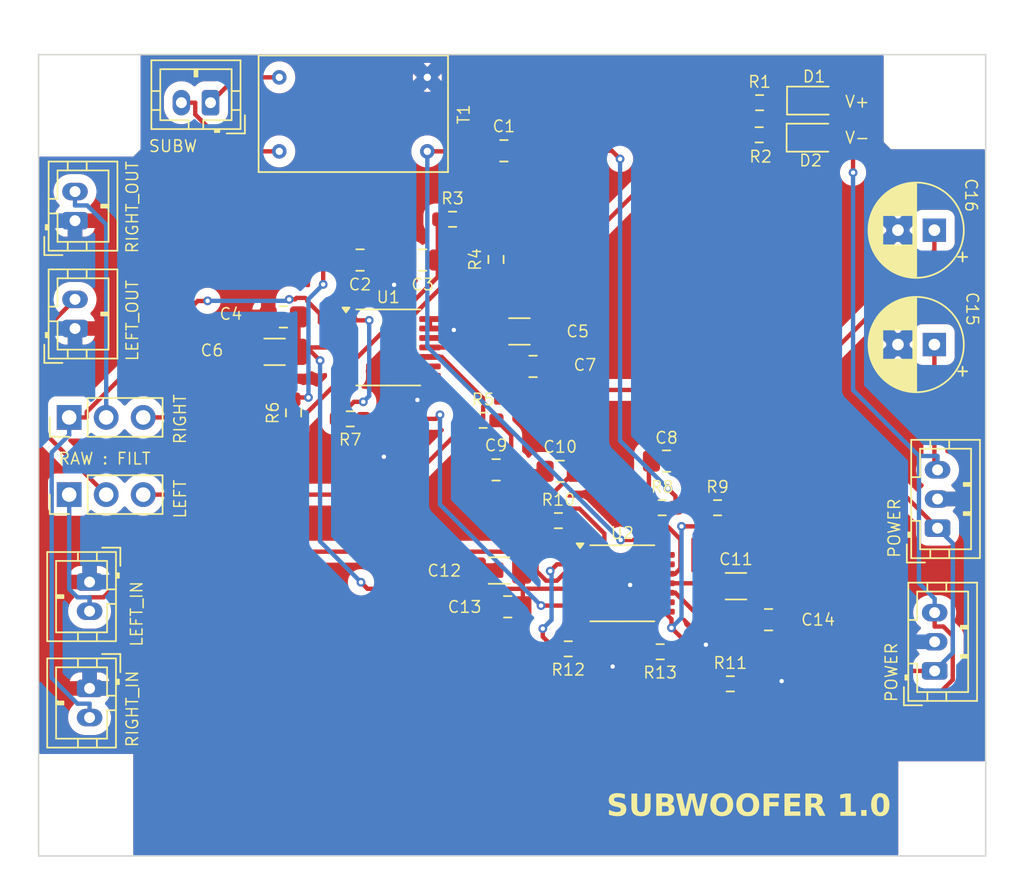
<source format=kicad_pcb>
(kicad_pcb (version 20240108) (generator "pcbnew") (generator_version "8.0")
  (layers (0 "F.Cu" signal) (31 "B.Cu" signal) (34 "B.Paste" user) (35 "F.Paste" user) (36 "B.SilkS" user "B.Silkscreen") (37 "F.SilkS" user "F.Silkscreen") (38 "B.Mask" user) (39 "F.Mask" user) (44 "Edge.Cuts" user))
  (net 0 "")
  (net 1 "LEFT_IN")
  (net 2 "AGND")
  (net 3 "RIGHT_IN")
  (net 4 "V-")
  (net 5 "V+")
  (net 6 "SUBW")
  (net 7 "SUBWN")
  (net 8 "SUBWP")
  (net 9 "Net-(D1-K)")
  (net 10 "Net-(D2-K)")
  (net 11 "LEFT_FILT")
  (net 12 "RIGHT_FILT")
  (net 13 "LEFT_OUT")
  (net 14 "RIGHT_OUT")
  (net 15 "Net-(C1-Pad2)")
  (net 16 "Net-(U1A--)")
  (net 17 "Net-(C2-Pad1)")
  (net 18 "Net-(U1B-+)")
  (net 19 "Net-(U2D-+)")
  (net 20 "Net-(C10-Pad1)")
  (net 21 "Net-(U1C-+)")
  (net 22 "Net-(U2A--)")
  (net 23 "Net-(U2B--)")
  (net 24 "Net-(R11-Pad1)")
  (net 25 "Net-(R10-Pad1)")
  (net 26 "Net-(U2B-+)")
  (net 27 "Net-(U2C-+)")
  (net 28 "Net-(U2C--)")
  (net 29 "Net-(U1D--)")
  (footprint "Resistor_SMD:R_0603_1608Metric_Pad0.98x0.95mm_HandSolder" (layer "F.Cu") (at 123.9364 85.7525 90)
    (property "Reference" "R6" (at 0 -1.43 90) (layer "F.SilkS") (effects (font (size 0.8 0.8) (thickness 0.1))))
    (property "Value" "6.8K")
    (pad "1" smd roundrect (at -0.9125 0 90) (size 0.975 0.95) (layers "F.Cu" "F.Paste" "F.Mask") (net 12 "RIGHT_FILT"))
    (pad "2" smd roundrect (at 0.9125 0 90) (size 0.975 0.95) (layers "F.Cu" "F.Paste" "F.Mask") (net 17 "Net-(C2-Pad1)"))
  )
  (footprint "Package_SO:TSSOP-14_4.4x5mm_P0.65mm" (layer "F.Cu") (at 146.5007 97.451)
    (property "Reference" "U2" (at 0 -3.45 0) (layer "F.SilkS") (effects (font (size 0.8 0.8) (thickness 0.1))))
    (property "Value" "Opamp_Quad")
    (pad "1" smd roundrect (at -2.8625 -1.95) (size 1.475 0.4) (layers "F.Cu" "F.Paste" "F.Mask") (net 22 "Net-(U2A--)"))
    (pad "2" smd roundrect (at -2.8625 -1.3) (size 1.475 0.4) (layers "F.Cu" "F.Paste" "F.Mask") (net 22 "Net-(U2A--)"))
    (pad "3" smd roundrect (at -2.8625 -0.65) (size 1.475 0.4) (layers "F.Cu" "F.Paste" "F.Mask") (net 1 "LEFT_IN"))
    (pad "4" smd roundrect (at -2.8625 0) (size 1.475 0.4) (layers "F.Cu" "F.Paste" "F.Mask") (net 5 "V+"))
    (pad "5" smd roundrect (at -2.8625 0.65) (size 1.475 0.4) (layers "F.Cu" "F.Paste" "F.Mask") (net 26 "Net-(U2B-+)"))
    (pad "6" smd roundrect (at -2.8625 1.3) (size 1.475 0.4) (layers "F.Cu" "F.Paste" "F.Mask") (net 23 "Net-(U2B--)"))
    (pad "7" smd roundrect (at -2.8625 1.95) (size 1.475 0.4) (layers "F.Cu" "F.Paste" "F.Mask") (net 25 "Net-(R10-Pad1)"))
    (pad "8" smd roundrect (at 2.8625 1.95) (size 1.475 0.4) (layers "F.Cu" "F.Paste" "F.Mask") (net 24 "Net-(R11-Pad1)"))
    (pad "9" smd roundrect (at 2.8625 1.3) (size 1.475 0.4) (layers "F.Cu" "F.Paste" "F.Mask") (net 28 "Net-(U2C--)"))
    (pad "10" smd roundrect (at 2.8625 0.65) (size 1.475 0.4) (layers "F.Cu" "F.Paste" "F.Mask") (net 27 "Net-(U2C-+)"))
    (pad "11" smd roundrect (at 2.8625 0) (size 1.475 0.4) (layers "F.Cu" "F.Paste" "F.Mask") (net 4 "V-"))
    (pad "12" smd roundrect (at 2.8625 -0.65) (size 1.475 0.4) (layers "F.Cu" "F.Paste" "F.Mask") (net 19 "Net-(U2D-+)"))
    (pad "13" smd roundrect (at 2.8625 -1.3) (size 1.475 0.4) (layers "F.Cu" "F.Paste" "F.Mask") (net 6 "SUBW"))
    (pad "14" smd roundrect (at 2.8625 -1.95) (size 1.475 0.4) (layers "F.Cu" "F.Paste" "F.Mask") (net 6 "SUBW"))
  )
  (footprint "MountingHole:MountingHole_3.2mm_M3" (layer "F.Cu") (at 168.9364 113.665)
    (property "Reference" "H4" (hide yes))
    (property "Value" "MountingHole")
    (pad "" np_thru_hole circle (at 0 0) (size 3.2 3.2) (drill 3.2) (layers "*.Cu" "*.Mask"))
  )
  (footprint "Resistor_SMD:R_0603_1608Metric_Pad0.98x0.95mm_HandSolder" (layer "F.Cu") (at 153.9132 104.351)
    (property "Reference" "R11" (at 0 -1.43 0) (layer "F.SilkS") (effects (font (size 0.8 0.8) (thickness 0.1))))
    (property "Value" "25K")
    (pad "1" smd roundrect (at -0.9125 0) (size 0.975 0.95) (layers "F.Cu" "F.Paste" "F.Mask") (net 24 "Net-(R11-Pad1)"))
    (pad "2" smd roundrect (at 0.9125 0) (size 0.975 0.95) (layers "F.Cu" "F.Paste" "F.Mask") (net 27 "Net-(U2C-+)"))
  )
  (footprint "Capacitor_SMD:C_0805_2012Metric_Pad1.18x1.45mm_HandSolder" (layer "F.Cu") (at 142.2364 89.765)
    (property "Reference" "C10" (at 0 -1.68 0) (layer "F.SilkS") (effects (font (size 0.8 0.8) (thickness 0.1))))
    (property "Value" "200N C0G")
    (pad "1" smd roundrect (at -1.0375 0) (size 1.175 1.45) (layers "F.Cu" "F.Paste" "F.Mask") (roundrect_rratio 0.212766) (net 20 "Net-(C10-Pad1)"))
    (pad "2" smd roundrect (at 1.0375 0) (size 1.175 1.45) (layers "F.Cu" "F.Paste" "F.Mask") (roundrect_rratio 0.212766) (net 22 "Net-(U2A--)"))
  )
  (footprint "Resistor_SMD:R_0603_1608Metric_Pad0.98x0.95mm_HandSolder" (layer "F.Cu") (at 137.8305 75.2259 90)
    (property "Reference" "R4" (at 0 -1.43 90) (layer "F.SilkS") (effects (font (size 0.8 0.8) (thickness 0.1))))
    (property "Value" "6.8K")
    (pad "1" smd roundrect (at -0.9125 0 90) (size 0.975 0.95) (layers "F.Cu" "F.Paste" "F.Mask") (net 21 "Net-(U1C-+)"))
    (pad "2" smd roundrect (at 0.9125 0 90) (size 0.975 0.95) (layers "F.Cu" "F.Paste" "F.Mask") (net 2 "AGND"))
  )
  (footprint "Connector_PinHeader_2.54mm:PinHeader_1x03_P2.54mm_Vertical" (layer "F.Cu") (at 108.5364 86.065 90)
    (property "Reference" "J4" (hide yes))
    (property "Value" "Conn_01x03_Pin")
    (pad "1" thru_hole rect (at 0 0 90) (size 1.7 1.7) (drill 1) (layers "*.Cu" "*.Mask") (net 3 "RIGHT_IN"))
    (pad "2" thru_hole oval (at 0 2.54 90) (size 1.7 1.7) (drill 1) (layers "*.Cu" "*.Mask") (net 14 "RIGHT_OUT"))
    (pad "3" thru_hole oval (at 0 5.08 90) (size 1.7 1.7) (drill 1) (layers "*.Cu" "*.Mask") (net 12 "RIGHT_FILT"))
  )
  (footprint "Capacitor_SMD:C_1206_3216Metric_Pad1.33x1.80mm_HandSolder" (layer "F.Cu") (at 139.4364 80.165)
    (property "Reference" "C5" (at 4 0 0) (layer "F.SilkS") (effects (font (size 0.8 0.8) (thickness 0.1))))
    (property "Value" "10U")
    (pad "1" smd roundrect (at -1.5625 0) (size 1.325 1.8) (layers "F.Cu" "F.Paste" "F.Mask") (roundrect_rratio 0.188679) (net 4 "V-"))
    (pad "2" smd roundrect (at 1.5625 0) (size 1.325 1.8) (layers "F.Cu" "F.Paste" "F.Mask") (roundrect_rratio 0.188679) (net 2 "AGND"))
  )
  (footprint "Resistor_SMD:R_0603_1608Metric_Pad0.98x0.95mm_HandSolder" (layer "F.Cu") (at 155.8939 66.67)
    (property "Reference" "R2" (at 0.1 1.5 0) (layer "F.SilkS") (effects (font (size 0.8 0.8) (thickness 0.1))))
    (property "Value" "1K")
    (pad "1" smd roundrect (at -0.9125 0) (size 0.975 0.95) (layers "F.Cu" "F.Paste" "F.Mask") (net 4 "V-"))
    (pad "2" smd roundrect (at 0.9125 0) (size 0.975 0.95) (layers "F.Cu" "F.Paste" "F.Mask") (net 10 "Net-(D2-K)"))
  )
  (footprint "Capacitor_SMD:C_0805_2012Metric_Pad1.18x1.45mm_HandSolder" (layer "F.Cu") (at 140.3739 82.565)
    (property "Reference" "C7" (at 3.5625 -0.1 0) (layer "F.SilkS") (effects (font (size 0.8 0.8) (thickness 0.1))))
    (property "Value" "0.1U")
    (pad "1" smd roundrect (at -1.0375 0) (size 1.175 1.45) (layers "F.Cu" "F.Paste" "F.Mask") (roundrect_rratio 0.212766) (net 4 "V-"))
    (pad "2" smd roundrect (at 1.0375 0) (size 1.175 1.45) (layers "F.Cu" "F.Paste" "F.Mask") (roundrect_rratio 0.212766) (net 2 "AGND"))
  )
  (footprint "Connector_PinHeader_2.54mm:PinHeader_1x03_P2.54mm_Vertical" (layer "F.Cu") (at 108.5364 91.365 90)
    (property "Reference" "J5" (hide yes))
    (property "Value" "Conn_01x03_Pin")
    (pad "1" thru_hole rect (at 0 0 90) (size 1.7 1.7) (drill 1) (layers "*.Cu" "*.Mask") (net 1 "LEFT_IN"))
    (pad "2" thru_hole oval (at 0 2.54 90) (size 1.7 1.7) (drill 1) (layers "*.Cu" "*.Mask") (net 13 "LEFT_OUT"))
    (pad "3" thru_hole oval (at 0 5.08 90) (size 1.7 1.7) (drill 1) (layers "*.Cu" "*.Mask") (net 11 "LEFT_FILT"))
  )
  (footprint "Resistor_SMD:R_0603_1608Metric_Pad0.98x0.95mm_HandSolder" (layer "F.Cu") (at 134.8489 72.465)
    (property "Reference" "R3" (at 0 -1.43 0) (layer "F.SilkS") (effects (font (size 0.8 0.8) (thickness 0.1))))
    (property "Value" "6.8K")
    (pad "1" smd roundrect (at -0.9125 0) (size 0.975 0.95) (layers "F.Cu" "F.Paste" "F.Mask") (net 18 "Net-(U1B-+)"))
    (pad "2" smd roundrect (at 0.9125 0) (size 0.975 0.95) (layers "F.Cu" "F.Paste" "F.Mask") (net 2 "AGND"))
  )
  (footprint "MountingHole:MountingHole_3.2mm_M3" (layer "F.Cu") (at 108.9364 63.665)
    (property "Reference" "H1" (hide yes))
    (property "Value" "MountingHole")
    (pad "" np_thru_hole circle (at 0 0) (size 3.2 3.2) (drill 3.2) (layers "*.Cu" "*.Mask"))
  )
  (footprint "Connector_JST:JST_PH_B2B-PH-K_1x02_P2.00mm_Vertical" (layer "F.Cu") (at 108.9364 72.565 90)
    (property "Reference" "J2" (hide yes))
    (property "Value" "Conn_01x02_Pin")
    (pad "1" thru_hole roundrect (at 0 0 90) (size 1.2 1.75) (drill 0.75) (layers "*.Cu" "*.Mask") (roundrect_rratio 0.2083333333) (net 2 "AGND"))
    (pad "2" thru_hole oval (at 2 0 90) (size 1.2 1.75) (drill 0.75) (layers "*.Cu" "*.Mask") (net 14 "RIGHT_OUT"))
  )
  (footprint "Capacitor_THT:CP_Radial_D6.3mm_P2.50mm" (layer "F.Cu") (at 167.91878 81.065 180)
    (property "Reference" "C15" (at -2.6 2.45 -90) (layer "F.SilkS") (effects (font (size 0.8 0.8) (thickness 0.1))))
    (property "Value" "470u")
    (pad "1" thru_hole rect (at 0 0 180) (size 1.6 1.6) (drill 0.8) (layers "*.Cu" "*.Mask") (net 5 "V+"))
    (pad "2" thru_hole circle (at 2.5 0 180) (size 1.6 1.6) (drill 0.8) (layers "*.Cu" "*.Mask") (net 2 "AGND"))
  )
  (footprint "Connector_JST:JST_PH_B2B-PH-K_1x02_P2.00mm_Vertical" (layer "F.Cu") (at 109.9364 97.365 -90)
    (property "Reference" "J7" (hide yes))
    (property "Value" "Conn_01x02_Pin")
    (pad "1" thru_hole roundrect (at 0 0 270) (size 1.2 1.75) (drill 0.75) (layers "*.Cu" "*.Mask") (roundrect_rratio 0.2083333333) (net 2 "AGND"))
    (pad "2" thru_hole oval (at 2 0 270) (size 1.2 1.75) (drill 0.75) (layers "*.Cu" "*.Mask") (net 1 "LEFT_IN"))
  )
  (footprint "Resistor_SMD:R_0603_1608Metric_Pad0.98x0.95mm_HandSolder" (layer "F.Cu") (at 149.2364 92.265)
    (property "Reference" "R8" (at 0 -1.43 0) (layer "F.SilkS") (effects (font (size 0.8 0.8) (thickness 0.1))))
    (property "Value" "20K")
    (pad "1" smd roundrect (at -0.9125 0) (size 0.975 0.95) (layers "F.Cu" "F.Paste" "F.Mask") (net 19 "Net-(U2D-+)"))
    (pad "2" smd roundrect (at 0.9125 0) (size 0.975 0.95) (layers "F.Cu" "F.Paste" "F.Mask") (net 15 "Net-(C1-Pad2)"))
  )
  (footprint "Resistor_SMD:R_0603_1608Metric_Pad0.98x0.95mm_HandSolder" (layer "F.Cu") (at 153.0364 92.265)
    (property "Reference" "R9" (at 0 -1.43 0) (layer "F.SilkS") (effects (font (size 0.8 0.8) (thickness 0.1))))
    (property "Value" "11K")
    (pad "1" smd roundrect (at -0.9125 0) (size 0.975 0.95) (layers "F.Cu" "F.Paste" "F.Mask") (net 15 "Net-(C1-Pad2)"))
    (pad "2" smd roundrect (at 0.9125 0) (size 0.975 0.95) (layers "F.Cu" "F.Paste" "F.Mask") (net 24 "Net-(R11-Pad1)"))
  )
  (footprint "Capacitor_SMD:C_1206_3216Metric_Pad1.33x1.80mm_HandSolder" (layer "F.Cu") (at 138.0375 96.5755 180)
    (property "Reference" "C12" (at 3.756547 -0.00875 0) (layer "F.SilkS") (effects (font (size 0.8 0.8) (thickness 0.1))))
    (property "Value" "10U")
    (pad "1" smd roundrect (at -1.5625 0 180) (size 1.325 1.8) (layers "F.Cu" "F.Paste" "F.Mask") (roundrect_rratio 0.1886792453) (net 5 "V+"))
    (pad "2" smd roundrect (at 1.5625 0 180) (size 1.325 1.8) (layers "F.Cu" "F.Paste" "F.Mask") (roundrect_rratio 0.1886792453) (net 2 "AGND"))
  )
  (footprint "Capacitor_SMD:C_0805_2012Metric_Pad1.18x1.45mm_HandSolder" (layer "F.Cu") (at 132.7989 75.265 180)
    (property "Reference" "C3" (at 0 -1.68 0) (layer "F.SilkS") (effects (font (size 0.8 0.8) (thickness 0.1))))
    (property "Value" "200N C0G")
    (pad "1" smd roundrect (at -1.0375 0 180) (size 1.175 1.45) (layers "F.Cu" "F.Paste" "F.Mask") (roundrect_rratio 0.212766) (net 18 "Net-(U1B-+)"))
    (pad "2" smd roundrect (at 1.0375 0 180) (size 1.175 1.45) (layers "F.Cu" "F.Paste" "F.Mask") (roundrect_rratio 0.212766) (net 17 "Net-(C2-Pad1)"))
  )
  (footprint "Connector_JST:JST_PH_B2B-PH-K_1x02_P2.00mm_Vertical" (layer "F.Cu") (at 108.9364 79.965 90)
    (property "Reference" "J3" (hide yes))
    (property "Value" "Conn_01x02_Pin")
    (pad "1" thru_hole roundrect (at 0 0 90) (size 1.2 1.75) (drill 0.75) (layers "*.Cu" "*.Mask") (roundrect_rratio 0.2083333333) (net 2 "AGND"))
    (pad "2" thru_hole oval (at 2 0 90) (size 1.2 1.75) (drill 0.75) (layers "*.Cu" "*.Mask") (net 13 "LEFT_OUT"))
  )
  (footprint "Capacitor_SMD:C_0805_2012Metric_Pad1.18x1.45mm_HandSolder" (layer "F.Cu") (at 138.6364 99.065 180)
    (property "Reference" "C13" (at 2.956547 -0.00875 0) (layer "F.SilkS") (effects (font (size 0.8 0.8) (thickness 0.1))))
    (property "Value" "0.1U")
    (pad "1" smd roundrect (at -1.0375 0 180) (size 1.175 1.45) (layers "F.Cu" "F.Paste" "F.Mask") (roundrect_rratio 0.2127659574) (net 5 "V+"))
    (pad "2" smd roundrect (at 1.0375 0 180) (size 1.175 1.45) (layers "F.Cu" "F.Paste" "F.Mask") (roundrect_rratio 0.2127659574) (net 2 "AGND"))
  )
  (footprint "Resistor_SMD:R_0603_1608Metric_Pad0.98x0.95mm_HandSolder" (layer "F.Cu") (at 149.1007 102.151 180)
    (property "Reference" "R13" (at 0 -1.43 0) (layer "F.SilkS") (effects (font (size 0.8 0.8) (thickness 0.1))))
    (property "Value" "25K")
    (pad "1" smd roundrect (at -0.9125 0 180) (size 0.975 0.95) (layers "F.Cu" "F.Paste" "F.Mask") (net 28 "Net-(U2C--)"))
    (pad "2" smd roundrect (at 0.9125 0 180) (size 0.975 0.95) (layers "F.Cu" "F.Paste" "F.Mask") (net 25 "Net-(R10-Pad1)"))
  )
  (footprint "Capacitor_SMD:C_0805_2012Metric_Pad1.18x1.45mm_HandSolder" (layer "F.Cu") (at 137.8364 89.665)
    (property "Reference" "C9" (at 0 -1.68 0) (layer "F.SilkS") (effects (font (size 0.8 0.8) (thickness 0.1))))
    (property "Value" "200N C0G")
    (pad "1" smd roundrect (at -1.0375 0) (size 1.175 1.45) (layers "F.Cu" "F.Paste" "F.Mask") (roundrect_rratio 0.212766) (net 21 "Net-(U1C-+)"))
    (pad "2" smd roundrect (at 1.0375 0) (size 1.175 1.45) (layers "F.Cu" "F.Paste" "F.Mask") (roundrect_rratio 0.212766) (net 20 "Net-(C10-Pad1)"))
  )
  (footprint "Connector_JST:JST_PH_B3B-PH-K_1x03_P2.00mm_Vertical" (layer "F.Cu") (at 167.9364 103.465 90)
    (property "Reference" "J8" (hide yes))
    (property "Value" "Conn_01x03_Male")
    (pad "1" thru_hole roundrect (at 0 0 90) (size 1.2 1.75) (drill 0.75) (layers "*.Cu" "*.Mask") (roundrect_rratio 0.2083333333) (net 4 "V-"))
    (pad "2" thru_hole oval (at 2 0 90) (size 1.2 1.75) (drill 0.75) (layers "*.Cu" "*.Mask") (net 2 "AGND"))
    (pad "3" thru_hole oval (at 4 0 90) (size 1.2 1.75) (drill 0.75) (layers "*.Cu" "*.Mask") (net 5 "V+"))
  )
  (footprint "Connector_JST:JST_PH_B3B-PH-K_1x03_P2.00mm_Vertical" (layer "F.Cu") (at 168.1364 93.665 90)
    (property "Reference" "J6" (hide yes))
    (property "Value" "Conn_01x03_Male")
    (pad "1" thru_hole roundrect (at 0 0 90) (size 1.2 1.75) (drill 0.75) (layers "*.Cu" "*.Mask") (roundrect_rratio 0.2083333333) (net 4 "V-"))
    (pad "2" thru_hole oval (at 2 0 90) (size 1.2 1.75) (drill 0.75) (layers "*.Cu" "*.Mask") (net 2 "AGND"))
    (pad "3" thru_hole oval (at 4 0 90) (size 1.2 1.75) (drill 0.75) (layers "*.Cu" "*.Mask") (net 5 "V+"))
  )
  (footprint "Capacitor_SMD:C_1206_3216Metric_Pad1.33x1.80mm_HandSolder" (layer "F.Cu") (at 154.3007 97.651)
    (property "Reference" "C11" (at 0 -1.85 0) (layer "F.SilkS") (effects (font (size 0.8 0.8) (thickness 0.1))))
    (property "Value" "10U")
    (pad "1" smd roundrect (at -1.5625 0) (size 1.325 1.8) (layers "F.Cu" "F.Paste" "F.Mask") (roundrect_rratio 0.188679) (net 4 "V-"))
    (pad "2" smd roundrect (at 1.5625 0) (size 1.325 1.8) (layers "F.Cu" "F.Paste" "F.Mask") (roundrect_rratio 0.188679) (net 2 "AGND"))
  )
  (footprint "Resistor_SMD:R_0603_1608Metric_Pad0.98x0.95mm_HandSolder" (layer "F.Cu") (at 142.1132 93.151)
    (property "Reference" "R10" (at 0 -1.43 0) (layer "F.SilkS") (effects (font (size 0.8 0.8) (thickness 0.1))))
    (property "Value" "25K")
    (pad "1" smd roundrect (at -0.9125 0) (size 0.975 0.95) (layers "F.Cu" "F.Paste" "F.Mask") (net 25 "Net-(R10-Pad1)"))
    (pad "2" smd roundrect (at 0.9125 0) (size 0.975 0.95) (layers "F.Cu" "F.Paste" "F.Mask") (net 26 "Net-(U2B-+)"))
  )
  (footprint "LED_SMD:LED_0805_2012Metric_Pad1.15x1.40mm_HandSolder" (layer "F.Cu") (at 159.6364 66.865)
    (property "Reference" "D2" (at -0.21 1.57 0) (layer "F.SilkS") (effects (font (size 0.8 0.8) (thickness 0.1))))
    (property "Value" "BLUE")
    (pad "1" smd roundrect (at -1.025 0) (size 1.15 1.4) (layers "F.Cu" "F.Paste" "F.Mask") (roundrect_rratio 0.2173913043) (net 10 "Net-(D2-K)"))
    (pad "2" smd roundrect (at 1.025 0) (size 1.15 1.4) (layers "F.Cu" "F.Paste" "F.Mask") (roundrect_rratio 0.2173913043) (net 2 "AGND"))
  )
  (footprint "Capacitor_SMD:C_0805_2012Metric_Pad1.18x1.45mm_HandSolder" (layer "F.Cu") (at 138.3739 67.765)
    (property "Reference" "C1" (at 0 -1.68 0) (layer "F.SilkS") (effects (font (size 0.8 0.8) (thickness 0.1))))
    (property "Value" "200N C0G")
    (pad "1" smd roundrect (at -1.0375 0) (size 1.175 1.45) (layers "F.Cu" "F.Paste" "F.Mask") (roundrect_rratio 0.212766) (net 6 "SUBW"))
    (pad "2" smd roundrect (at 1.0375 0) (size 1.175 1.45) (layers "F.Cu" "F.Paste" "F.Mask") (roundrect_rratio 0.212766) (net 15 "Net-(C1-Pad2)"))
  )
  (footprint "Connector_JST:JST_PH_B2B-PH-K_1x02_P2.00mm_Vertical" (layer "F.Cu") (at 118.2364 64.465 180)
    (property "Reference" "J1" (hide yes))
    (property "Value" "Conn_01x02_Pin")
    (pad "1" thru_hole roundrect (at 0 0 180) (size 1.2 1.75) (drill 0.75) (layers "*.Cu" "*.Mask") (roundrect_rratio 0.2083333333) (net 7 "SUBWN"))
    (pad "2" thru_hole oval (at 2 0 180) (size 1.2 1.75) (drill 0.75) (layers "*.Cu" "*.Mask") (net 8 "SUBWP"))
  )
  (footprint "Capacitor_SMD:C_0805_2012Metric_Pad1.18x1.45mm_HandSolder" (layer "F.Cu") (at 123.2364 79.165 180)
    (property "Reference" "C4" (at 3.6 0.2 0) (layer "F.SilkS") (effects (font (size 0.8 0.8) (thickness 0.1))))
    (property "Value" "0.1U")
    (pad "1" smd roundrect (at -1.0375 0 180) (size 1.175 1.45) (layers "F.Cu" "F.Paste" "F.Mask") (roundrect_rratio 0.212766) (net 5 "V+"))
    (pad "2" smd roundrect (at 1.0375 0 180) (size 1.175 1.45) (layers "F.Cu" "F.Paste" "F.Mask") (roundrect_rratio 0.212766) (net 2 "AGND"))
  )
  (footprint "Capacitor_THT:CP_Radial_D6.3mm_P2.50mm" (layer "F.Cu") (at 167.91878 73.215 180)
    (property "Reference" "C16" (at -2.523858 2.400255 -90) (layer "F.SilkS") (effects (font (size 0.8 0.8) (thickness 0.1))))
    (property "Value" "470u")
    (pad "1" thru_hole rect (at 0 0 180) (size 1.6 1.6) (drill 0.8) (layers "*.Cu" "*.Mask") (net 4 "V-"))
    (pad "2" thru_hole circle (at 2.5 0 180) (size 1.6 1.6) (drill 0.8) (layers "*.Cu" "*.Mask") (net 2 "AGND"))
  )
  (footprint "Resistor_SMD:R_0603_1608Metric_Pad0.98x0.95mm_HandSolder" (layer "F.Cu") (at 155.9239 64.465)
    (property "Reference" "R1" (at 0 -1.43 0) (layer "F.SilkS") (effects (font (size 0.8 0.8) (thickness 0.1))))
    (property "Value" "1.25K")
    (pad "1" smd roundrect (at -0.9125 0) (size 0.975 0.95) (layers "F.Cu" "F.Paste" "F.Mask") (net 2 "AGND"))
    (pad "2" smd roundrect (at 0.9125 0) (size 0.975 0.95) (layers "F.Cu" "F.Paste" "F.Mask") (net 9 "Net-(D1-K)"))
  )
  (footprint "MountingHole:MountingHole_3.2mm_M3" (layer "F.Cu") (at 108.9364 113.665)
    (property "Reference" "H3" (hide yes))
    (property "Value" "MountingHole")
    (pad "" np_thru_hole circle (at 0 0) (size 3.2 3.2) (drill 3.2) (layers "*.Cu" "*.Mask"))
  )
  (footprint "Capacitor_SMD:C_0805_2012Metric_Pad1.18x1.45mm_HandSolder" (layer "F.Cu") (at 149.5364 89.065 180)
    (property "Reference" "C8" (at 0 1.6 0) (layer "F.SilkS") (effects (font (size 0.8 0.8) (thickness 0.1))))
    (property "Value" "91N C0G")
    (pad "1" smd roundrect (at -1.0375 0 180) (size 1.175 1.45) (layers "F.Cu" "F.Paste" "F.Mask") (roundrect_rratio 0.212766) (net 2 "AGND"))
    (pad "2" smd roundrect (at 1.0375 0 180) (size 1.175 1.45) (layers "F.Cu" "F.Paste" "F.Mask") (roundrect_rratio 0.212766) (net 19 "Net-(U2D-+)"))
  )
  (footprint "MountingHole:MountingHole_3.2mm_M3" (layer "F.Cu") (at 168.9364 63.665)
    (property "Reference" "H2" (hide yes))
    (property "Value" "MountingHole")
    (pad "" np_thru_hole circle (at 0 0) (size 3.2 3.2) (drill 3.2) (layers "*.Cu" "*.Mask"))
  )
  (footprint "Capacitor_SMD:C_1206_3216Metric_Pad1.33x1.80mm_HandSolder" (layer "F.Cu") (at 122.6364 81.565 180)
    (property "Reference" "C6" (at 4.3 0.1 0) (layer "F.SilkS") (effects (font (size 0.8 0.8) (thickness 0.1))))
    (property "Value" "10U")
    (pad "1" smd roundrect (at -1.5625 0 180) (size 1.325 1.8) (layers "F.Cu" "F.Paste" "F.Mask") (roundrect_rratio 0.188679) (net 5 "V+"))
    (pad "2" smd roundrect (at 1.5625 0 180) (size 1.325 1.8) (layers "F.Cu" "F.Paste" "F.Mask") (roundrect_rratio 0.188679) (net 2 "AGND"))
  )
  (footprint "LED_SMD:LED_0805_2012Metric_Pad1.15x1.40mm_HandSolder" (layer "F.Cu") (at 159.6664 64.32)
    (property "Reference" "D1" (at 0 -1.65 0) (layer "F.SilkS") (effects (font (size 0.8 0.8) (thickness 0.1))))
    (property "Value" "YELLOW")
    (pad "1" smd roundrect (at -1.025 0) (size 1.15 1.4) (layers "F.Cu" "F.Paste" "F.Mask") (roundrect_rratio 0.2173913043) (net 9 "Net-(D1-K)"))
    (pad "2" smd roundrect (at 1.025 0) (size 1.15 1.4) (layers "F.Cu" "F.Paste" "F.Mask") (roundrect_rratio 0.2173913043) (net 5 "V+"))
  )
  (footprint "Components:DA101C" (layer "F.Cu") (at 128.0364 65.265 180)
    (property "Reference" "T1" (at -7.58 0 90) (layer "F.SilkS") (effects (font (size 0.8 0.8) (thickness 0.1))))
    (property "Value" "Transformer_Audio")
    (pad "1" thru_hole circle (at -5.08 -2.54 180) (size 1 1) (drill 0.5) (layers "*.Cu" "*.Mask") (net 6 "SUBW"))
    (pad "2" thru_hole circle (at -5.08 2.54 180) (size 1 1) (drill 0.5) (layers "*.Cu" "*.Mask") (net 2 "AGND"))
    (pad "3" thru_hole circle (at 5.08 2.54 180) (size 1 1) (drill 0.5) (layers "*.Cu" "*.Mask") (net 7 "SUBWN"))
    (pad "4" thru_hole circle (at 5.08 -2.54 180) (size 1 1) (drill 0.5) (layers "*.Cu" "*.Mask") (net 8 "SUBWP"))
  )
  (footprint "Package_SO:TSSOP-14_4.4x5mm_P0.65mm" (layer "F.Cu") (at 130.4364 81.265)
    (property "Reference" "U1" (at 0 -3.45 0) (layer "F.SilkS") (effects (font (size 0.8 0.8) (thickness 0.1))))
    (property "Value" "Opamp_Quad")
    (pad "1" smd roundrect (at -2.8625 -1.95) (size 1.475 0.4) (layers "F.Cu" "F.Paste" "F.Mask") (net 16 "Net-(U1A--)"))
    (pad "2" smd roundrect (at -2.8625 -1.3) (size 1.475 0.4) (layers "F.Cu" "F.Paste" "F.Mask") (net 16 "Net-(U1A--)"))
    (pad "3" smd roundrect (at -2.8625 -0.65) (size 1.475 0.4) (layers "F.Cu" "F.Paste" "F.Mask") (net 3 "RIGHT_IN"))
    (pad "4" smd roundrect (at -2.8625 0) (size 1.475 0.4) (layers "F.Cu" "F.Paste" "F.Mask") (net 5 "V+"))
    (pad "5" smd roundrect (at -2.8625 0.65) (size 1.475 0.4) (layers "F.Cu" "F.Paste" "F.Mask") (net 18 "Net-(U1B-+)"))
    (pad "6" smd roundrect (at -2.8625 1.3) (size 1.475 0.4) (layers "F.Cu" "F.Paste" "F.Mask") (net 12 "RIGHT_FILT"))
    (pad "7" smd roundrect (at -2.8625 1.95) (size 1.475 0.4) (layers "F.Cu" "F.Paste" "F.Mask") (net 12 "RIGHT_FILT"))
    (pad "8" smd roundrect (at 2.8625 1.95) (size 1.475 0.4) (layers "F.Cu" "F.Paste" "F.Mask") (net 11 "LEFT_FILT"))
    (pad "9" smd roundrect (at 2.8625 1.3) (size 1.475 0.4) (layers "F.Cu" "F.Paste" "F.Mask") (net 11 "LEFT_FILT"))
    (pad "10" smd roundrect (at 2.8625 0.65) (size 1.475 0.4) (layers "F.Cu" "F.Paste" "F.Mask") (net 21 "Net-(U1C-+)"))
    (pad "11" smd roundrect (at 2.8625 0) (size 1.475 0.4) (layers "F.Cu" "F.Paste" "F.Mask") (net 4 "V-"))
    (pad "12" smd roundrect (at 2.8625 -0.65) (size 1.475 0.4) (layers "F.Cu" "F.Paste" "F.Mask") (net 2 "AGND"))
    (pad "13" smd roundrect (at 2.8625 -1.3) (size 1.475 0.4) (layers "F.Cu" "F.Paste" "F.Mask") (net 29 "Net-(U1D--)"))
    (pad "14" smd roundrect (at 2.8625 -1.95) (size 1.475 0.4) (layers "F.Cu" "F.Paste" "F.Mask") (net 29 "Net-(U1D--)"))
  )
  (footprint "Connector_JST:JST_PH_B2B-PH-K_1x02_P2.00mm_Vertical" (layer "F.Cu") (at 109.9364 104.665 -90)
    (property "Reference" "J9" (hide yes))
    (property "Value" "Conn_01x02_Pin")
    (pad "1" thru_hole roundrect (at 0 0 270) (size 1.2 1.75) (drill 0.75) (layers "*.Cu" "*.Mask") (roundrect_rratio 0.2083333333) (net 2 "AGND"))
    (pad "2" thru_hole oval (at 2 0 270) (size 1.2 1.75) (drill 0.75) (layers "*.Cu" "*.Mask") (net 3 "RIGHT_IN"))
  )
  (footprint "Resistor_SMD:R_0603_1608Metric_Pad0.98x0.95mm_HandSolder" (layer "F.Cu") (at 136.9489 86.265)
    (property "Reference" "R5" (at 0 -1.43 0) (layer "F.SilkS") (effects (font (size 0.8 0.8) (thickness 0.1))))
    (property "Value" "6.8K")
    (pad "1" smd roundrect (at -0.9125 0) (size 0.975 0.95) (layers "F.Cu" "F.Paste" "F.Mask") (net 11 "LEFT_FILT"))
    (pad "2" smd roundrect (at 0.9125 0) (size 0.975 0.95) (layers "F.Cu" "F.Paste" "F.Mask") (net 20 "Net-(C10-Pad1)"))
  )
  (footprint "Capacitor_SMD:C_0805_2012Metric_Pad1.18x1.45mm_HandSolder" (layer "F.Cu") (at 128.4989 75.265 180)
    (property "Reference" "C2" (at 0 -1.68 0) (layer "F.SilkS") (effects (font (size 0.8 0.8) (thickness 0.1))))
    (property "Value" "200N C0G")
    (pad "1" smd roundrect (at -1.0375 0 180) (size 1.175 1.45) (layers "F.Cu" "F.Paste" "F.Mask") (roundrect_rratio 0.212766) (net 17 "Net-(C2-Pad1)"))
    (pad "2" smd roundrect (at 1.0375 0 180) (size 1.175 1.45) (layers "F.Cu" "F.Paste" "F.Mask") (roundrect_rratio 0.212766) (net 16 "Net-(U1A--)"))
  )
  (footprint "Resistor_SMD:R_0603_1608Metric_Pad0.98x0.95mm_HandSolder" (layer "F.Cu") (at 142.7882 101.951 180)
    (property "Reference" "R12" (at 0 -1.43 0) (layer "F.SilkS") (effects (font (size 0.8 0.8) (thickness 0.1))))
    (property "Value" "25K")
    (pad "1" smd roundrect (at -0.9125 0 180) (size 0.975 0.95) (layers "F.Cu" "F.Paste" "F.Mask") (net 23 "Net-(U2B--)"))
    (pad "2" smd roundrect (at 0.9125 0 180) (size 0.975 0.95) (layers "F.Cu" "F.Paste" "F.Mask") (net 22 "Net-(U2A--)"))
  )
  (footprint "Capacitor_SMD:C_0805_2012Metric_Pad1.18x1.45mm_HandSolder" (layer "F.Cu") (at 156.5364 99.951)
    (property "Reference" "C14" (at 3.4 0 0) (layer "F.SilkS") (effects (font (size 0.8 0.8) (thickness 0.1))))
    (property "Value" "0.1U")
    (pad "1" smd roundrect (at -1.0375 0) (size 1.175 1.45) (layers "F.Cu" "F.Paste" "F.Mask") (roundrect_rratio 0.212766) (net 4 "V-"))
    (pad "2" smd roundrect (at 1.0375 0) (size 1.175 1.45) (layers "F.Cu" "F.Paste" "F.Mask") (roundrect_rratio 0.212766) (net 2 "AGND"))
  )
  (footprint "Resistor_SMD:R_0603_1608Metric_Pad0.98x0.95mm_HandSolder" (layer "F.Cu") (at 127.8239 86.165 180)
    (property "Reference" "R7" (at 0 -1.43 0) (layer "F.SilkS") (effects (font (size 0.8 0.8) (thickness 0.1))))
    (property "Value" "25k")
    (pad "1" smd roundrect (at -0.9125 0 180) (size 0.975 0.95) (layers "F.Cu" "F.Paste" "F.Mask") (net 23 "Net-(U2B--)"))
    (pad "2" smd roundrect (at 0.9125 0 180) (size 0.975 0.95) (layers "F.Cu" "F.Paste" "F.Mask") (net 16 "Net-(U1A--)"))
  )
  (gr_line (start 171.4364 61.165) (end 171.4364 116.165) (stroke (width 0.1)) (layer "Edge.Cuts"))
  (gr_line (start 106.4364 116.165) (end 171.4364 116.165) (stroke (width 0.1)) (layer "Edge.Cuts"))
  (gr_line (start 106.4364 61.165) (end 106.4364 116.165) (stroke (width 0.1)) (layer "Edge.Cuts"))
  (gr_line (start 171.4364 61.165) (end 106.4364 61.165) (stroke (width 0.1)) (layer "Edge.Cuts"))
  (gr_text "SUBWOOFER 1.0" (at 164.9364 113.665 0) (layer "F.SilkS") (effects (font (size 1.5 1.5) (thickness 0.1) (bold yes)) (justify right bottom)))
  (gr_text "SUBW" (at 113.9364 67.915 0) (layer "F.SilkS") (effects (font (size 0.8 0.8) (thickness 0.1)) (justify left bottom)))
  (gr_text "V-" (at 161.7264 67.335 0) (layer "F.SilkS") (effects (font (size 0.8 0.8) (thickness 0.1)) (justify left bottom)))
  (gr_text "RAW : FILT" (at 107.7364 89.365 0) (layer "F.SilkS") (effects (font (size 0.8 0.8) (thickness 0.1)) (justify left bottom)))
  (gr_text "LEFT_OUT" (at 113.3364 82.265 90) (layer "F.SilkS") (effects (font (size 0.8 0.8) (thickness 0.1)) (justify left bottom)))
  (gr_text "POWER" (at 165.4364 105.665 90) (layer "F.SilkS") (effects (font (size 0.8 0.8) (thickness 0.1)) (justify left bottom)))
  (gr_text "V+" (at 161.7239 64.865 0) (layer "F.SilkS") (effects (font (size 0.8 0.8) (thickness 0.1)) (justify left bottom)))
  (gr_text "LEFT_IN" (at 113.6364 101.865 90) (layer "F.SilkS") (effects (font (size 0.8 0.8) (thickness 0.1)) (justify left bottom)))
  (gr_text "RIGHT_IN" (at 113.3364 108.765 90) (layer "F.SilkS") (effects (font (size 0.8 0.8) (thickness 0.1)) (justify left bottom)))
  (gr_text "POWER" (at 165.6364 95.765 90) (layer "F.SilkS") (effects (font (size 0.8 0.8) (thickness 0.1)) (justify left bottom)))
  (gr_text "RIGHT_OUT\n" (at 113.3364 74.865 90) (layer "F.SilkS") (effects (font (size 0.8 0.8) (thickness 0.1)) (justify left bottom)))
  (gr_text "LEFT" (at 116.6164 93.065 90) (layer "F.SilkS") (effects (font (size 0.8 0.8) (thickness 0.1)) (justify left bottom)))
  (gr_text "RIGHT\n" (at 116.6164 87.965 90) (layer "F.SilkS") (effects (font (size 0.8 0.8) (thickness 0.1)) (justify left bottom)))
  (segment (start 110.8881 98.4133) (end 109.9364 98.4133) (width 0.3) (layer "F.Cu") (net 1))
  (segment (start 109.9364 99.365) (end 109.9364 98.4133) (width 0.3) (layer "F.Cu") (net 1))
  (segment (start 141.271 97.2728) (end 140.6152 96.617) (width 0.3) (layer "F.Cu") (net 1))
  (segment (start 142.0146 97.2728) (end 141.271 97.2728) (width 0.3) (layer "F.Cu") (net 1))
  (segment (start 140.2212 95.282) (end 114.0194 95.282) (width 0.3) (layer "F.Cu") (net 1))
  (segment (start 142.4864 96.801) (end 142.0146 97.2728) (width 0.3) (layer "F.Cu") (net 1))
  (segment (start 143.6382 96.801) (end 142.4864 96.801) (width 0.3) (layer "F.Cu") (net 1))
  (segment (start 140.6152 96.617) (end 140.6152 95.676) (width 0.3) (layer "F.Cu") (net 1))
  (segment (start 114.0194 95.282) (end 110.8881 98.4133) (width 0.3) (layer "F.Cu") (net 1))
  (segment (start 140.6152 95.676) (end 140.2212 95.282) (width 0.3) (layer "F.Cu") (net 1))
  (segment (start 109.1037 98.4133) (end 108.5364 97.846) (width 0.3) (layer "B.Cu") (net 1))
  (segment (start 109.9364 98.4133) (end 109.1037 98.4133) (width 0.3) (layer "B.Cu") (net 1))
  (segment (start 109.9364 99.365) (end 109.9364 98.4133) (width 0.3) (layer "B.Cu") (net 1))
  (segment (start 108.5364 97.846) (end 108.5364 91.365) (width 0.3) (layer "B.Cu") (net 1))
  (segment (start 133.2989 80.615) (end 134.3864 80.615) (width 0.3) (layer "F.Cu") (net 2))
  (segment (start 134.3864 80.615) (end 134.9364 80.065) (width 0.3) (layer "F.Cu") (net 2))
  (via (at 130.1364 88.765) (size 0.6) (drill 0.3) (layers "F.Cu" "B.Cu") (net 2))
  (via (at 152.2364 101.665) (size 0.6) (drill 0.3) (layers "F.Cu" "B.Cu") (net 2))
  (via (at 132.4364 84.865) (size 0.6) (drill 0.3) (layers "F.Cu" "B.Cu") (net 2))
  (via (at 130.8364 76.965) (size 0.6) (drill 0.3) (layers "F.Cu" "B.Cu") (net 2))
  (via (at 157.4364 104.165) (size 0.6) (drill 0.3) (layers "F.Cu" "B.Cu") (net 2))
  (via (at 147.0364 97.565) (size 0.6) (drill 0.3) (layers "F.Cu" "B.Cu") (net 2))
  (via (at 134.9364 80.065) (size 0.6) (drill 0.3) (layers "F.Cu" "B.Cu") (net 2))
  (via (at 145.8364 103.165) (size 0.6) (drill 0.3) (layers "F.Cu" "B.Cu") (net 2))
  (segment (start 124.0364 77.965) (end 124.1364 77.865) (width 0.3) (layer "F.Cu") (net 3))
  (segment (start 108.5364 86.065) (end 109.7381 86.065) (width 0.3) (layer "F.Cu") (net 3))
  (segment (start 125.7463 78.9495) (end 125.7463 79.5368) (width 0.3) (layer "F.Cu") (net 3))
  (segment (start 124.8727 78.0759) (end 125.7463 78.9495) (width 0.3) (layer "F.Cu") (net 3))
  (segment (start 125.7463 79.5368) (end 126.8245 80.615) (width 0.3) (layer "F.Cu") (net 3))
  (segment (start 109.7381 85.6895) (end 117.3517 78.0759) (width 0.3) (layer "F.Cu") (net 3))
  (segment (start 117.3517 78.0759) (end 118.0255 78.0759) (width 0.3) (layer "F.Cu") (net 3))
  (segment (start 118.0255 78.0759) (end 118.0364 78.065) (width 0.3) (layer "F.Cu") (net 3))
  (segment (start 123.6364 77.965) (end 124.0364 77.965) (width 0.3) (layer "F.Cu") (net 3))
  (segment (start 109.7381 86.065) (end 109.7381 85.6895) (width 0.3) (layer "F.Cu") (net 3))
  (segment (start 126.8245 80.615) (end 127.5739 80.615) (width 0.3) (layer "F.Cu") (net 3))
  (segment (start 124.1364 77.865) (end 124.7364 77.865) (width 0.3) (layer "F.Cu") (net 3))
  (via (at 123.6364 77.965) (size 0.6) (drill 0.3) (layers "F.Cu" "B.Cu") (net 3))
  (via (at 118.0364 78.065) (size 0.6) (drill 0.3) (layers "F.Cu" "B.Cu") (net 3))
  (segment (start 109.9364 105.7133) (end 109.1037 105.7133) (width 0.3) (layer "B.Cu") (net 3))
  (segment (start 107.3347 88.4684) (end 108.5364 87.2667) (width 0.3) (layer "B.Cu") (net 3))
  (segment (start 123.5364 78.065) (end 123.6364 77.965) (width 0.3) (layer "B.Cu") (net 3))
  (segment (start 109.9364 106.665) (end 109.9364 105.7133) (width 0.3) (layer "B.Cu") (net 3))
  (segment (start 107.3347 103.9443) (end 107.3347 88.4684) (width 0.3) (layer "B.Cu") (net 3))
  (segment (start 109.1037 105.7133) (end 107.3347 103.9443) (width 0.3) (layer "B.Cu") (net 3))
  (segment (start 118.0364 78.065) (end 123.5364 78.065) (width 0.3) (layer "B.Cu") (net 3))
  (segment (start 108.5364 86.065) (end 108.5364 87.2667) (width 0.3) (layer "B.Cu") (net 3))
  (segment (start 167.91878 74.59772) (end 158.3364 84.1801) (width 0.3) (layer "F.Cu") (net 4))
  (segment (start 167.9364 103.465) (end 158.2772 103.465) (width 0.3) (layer "F.Cu") (net 4))
  (segment (start 154.7632 99.951) (end 154.7632 99.676) (width 0.3) (layer "F.Cu") (net 4))
  (segment (start 158.2772 103.465) (end 154.7632 99.951) (width 0.3) (layer "F.Cu") (net 4))
  (segment (start 137.4052 80.6337) (end 136.7739 81.265) (width 0.3) (layer "F.Cu") (net 4))
  (segment (start 168.1364 93.665) (end 158.6515 84.1801) (width 0.3) (layer "F.Cu") (net 4))
  (segment (start 151.3689 66.67) (end 137.8739 80.165) (width 0.3) (layer "F.Cu") (net 4))
  (segment (start 137.8739 80.165) (end 137.4052 80.6337) (width 0.3) (layer "F.Cu") (net 4))
  (segment (start 152.7382 97.651) (end 152.5382 97.451) (width 0.3) (layer "F.Cu") (net 4))
  (segment (start 136.7739 81.265) (end 133.2989 81.265) (width 0.3) (layer "F.Cu") (net 4))
  (segment (start 152.5382 97.451) (end 149.3632 97.451) (width 0.3) (layer "F.Cu") (net 4))
  (segment (start 154.9814 66.67) (end 151.3689 66.67) (width 0.3) (layer "F.Cu") (net 4))
  (segment (start 137.4052 80.6337) (end 139.3364 82.565) (width 0.3) (layer "F.Cu") (net 4))
  (segment (start 154.7632 99.676) (end 152.7382 97.651) (width 0.3) (layer "F.Cu") (net 4))
  (segment (start 158.3364 84.1801) (end 140.9515 84.1801) (width 0.3) (layer "F.Cu") (net 4))
  (segment (start 158.6515 84.1801) (end 158.3364 84.1801) (width 0.3) (layer "F.Cu") (net 4))
  (segment (start 140.9515 84.1801) (end 139.3364 82.565) (width 0.3) (layer "F.Cu") (net 4))
  (segment (start 167.91878 73.215) (end 167.91878 74.59772) (width 0.3) (layer "F.Cu") (net 4))
  (segment (start 168.1364 93.665) (end 169.1856 94.7142) (width 0.3) (layer "B.Cu") (net 4))
  (segment (start 169.1856 94.7142) (end 169.1856 102.2158) (width 0.3) (layer "B.Cu") (net 4))
  (segment (start 169.1856 102.2158) (end 167.9364 103.465) (width 0.3) (layer "B.Cu") (net 4))
  (segment (start 128.5638 97.3805) (end 129.0144 97.8311) (width 0.3) (layer "F.Cu") (net 5))
  (segment (start 124.1989 81.565) (end 125.155 81.565) (width 0.3) (layer "F.Cu") (net 5))
  (segment (start 129.0144 97.8311) (end 139.6739 97.8311) (width 0.3) (layer "F.Cu") (net 5))
  (segment (start 142.9113 97.451) (end 143.6382 97.451) (width 0.3) (layer "F.Cu") (net 5))
  (segment (start 142.5401 97.8222) (end 142.9113 97.451) (width 0.3) (layer "F.Cu") (net 5))
  (segment (start 162.3364 65.965) (end 162.3364 69.265) (width 0.3) (layer "F.Cu") (net 5))
  (segment (start 167.9364 100.4167) (end 168.5312 100.4167) (width 0.3) (layer "F.Cu") (net 5))
  (segment (start 168.0315 105.2202) (end 143.7691 105.2202) (width 0.3) (layer "F.Cu") (net 5))
  (segment (start 125.155 81.565) (end 125.755 82.165) (width 0.3) (layer "F.Cu") (net 5))
  (segment (start 139.6739 101.125) (end 139.6739 99.065) (width 0.3) (layer "F.Cu") (net 5))
  (segment (start 124.2739 79.165) (end 124.2739 81.265) (width 0.3) (layer "F.Cu") (net 5))
  (segment (start 168.5312 100.4167) (end 169.1789 101.0644) (width 0.3) (layer "F.Cu") (net 5))
  (segment (start 139.6739 99.065) (end 139.6739 97.8311) (width 0.3) (layer "F.Cu") (net 5))
  (segment (start 139.6739 97.8311) (end 139.6739 97.8222) (width 0.3) (layer "F.Cu") (net 5))
  (segment (start 139.6739 97.8222) (end 142.5401 97.8222) (width 0.3) (layer "F.Cu") (net 5))
  (segment (start 167.9364 99.465) (end 167.9364 100.4167) (width 0.3) (layer "F.Cu") (net 5))
  (segment (start 139.6739 97.8222) (end 139.6739 96.6494) (width 0.3) (layer "F.Cu") (net 5))
  (segment (start 169.1789 104.0728) (end 168.0315 105.2202) (width 0.3) (layer "F.Cu") (net 5))
  (segment (start 139.6739 96.6494) (end 139.6 96.5755) (width 0.3) (layer "F.Cu") (net 5))
  (segment (start 124.2739 81.265) (end 124.2739 81.49) (width 0.3) (layer "F.Cu") (net 5))
  (segment (start 143.7691 105.2202) (end 139.6739 101.125) (width 0.3) (layer "F.Cu") (net 5))
  (segment (start 160.6914 64.32) (end 162.3364 65.965) (width 0.3) (layer "F.Cu") (net 5))
  (segment (start 169.1789 101.0644) (end 169.1789 104.0728) (width 0.3) (layer "F.Cu") (net 5))
  (segment (start 167.91878 81.065) (end 167.91878 89.44738) (width 0.3) (layer "F.Cu") (net 5))
  (segment (start 124.2739 81.265) (end 127.5739 81.265) (width 0.3) (layer "F.Cu") (net 5))
  (segment (start 167.91878 89.44738) (end 168.1364 89.665) (width 0.3) (layer "F.Cu") (net 5))
  (segment (start 124.2739 81.49) (end 124.1989 81.565) (width 0.3) (layer "F.Cu") (net 5))
  (via (at 125.755 82.165) (size 0.6) (drill 0.3) (layers "F.Cu" "B.Cu") (net 5))
  (via (at 128.5638 97.3805) (size 0.6) (drill 0.3) (layers "F.Cu" "B.Cu") (net 5))
  (via (at 162.3364 69.265) (size 0.6) (drill 0.3) (layers "F.Cu" "B.Cu") (net 5))
  (segment (start 168.1364 89.665) (end 168.1364 88.7133) (width 0.3) (layer "B.Cu") (net 5))
  (segment (start 166.8597 97.4366) (end 167.9364 98.5133) (width 0.3) (layer "B.Cu") (net 5))
  (segment (start 166.8597 88.7133) (end 166.8597 97.4366) (width 0.3) (layer "B.Cu") (net 5))
  (segment (start 167.9364 99.465) (end 167.9364 98.5133) (width 0.3) (layer "B.Cu") (net 5))
  (segment (start 162.3364 84.19) (end 162.3364 69.265) (width 0.3) (layer "B.Cu") (net 5))
  (segment (start 168.1364 88.7133) (end 166.8597 88.7133) (width 0.3) (layer "B.Cu") (net 5))
  (segment (start 128.5638 97.3805) (end 125.755 94.5717) (width 0.3) (layer "B.Cu") (net 5))
  (segment (start 166.8597 88.7133) (end 162.3364 84.19) (width 0.3) (layer "B.Cu") (net 5))
  (segment (start 125.755 94.5717) (end 125.755 82.165) (width 0.3) (layer "B.Cu") (net 5))
  (segment (start 137.2964 67.805) (end 137.3364 67.765) (width 0.3) (layer "F.Cu") (net 6))
  (segment (start 146.3851 94.4752) (end 148.3374 94.4752) (width 0.3) (layer "F.Cu") (net 6))
  (segment (start 148.3374 94.4752) (end 149.3632 95.501) (width 0.3) (layer "F.Cu") (net 6))
  (segment (start 133.1164 67.805) (end 137.2964 67.805) (width 0.3) (layer "F.Cu") (net 6))
  (segment (start 149.3632 96.151) (end 149.3632 95.501) (width 0.3) (layer "F.Cu") (net 6))
  (via (at 146.3851 94.4752) (size 0.6) (drill 0.3) (layers "F.Cu" "B.Cu") (net 6))
  (segment (start 133.1164 67.805) (end 133.1164 81.2065) (width 0.3) (layer "B.Cu") (net 6))
  (segment (start 133.1164 81.2065) (end 146.3851 94.4752) (width 0.3) (layer "B.Cu") (net 6))
  (segment (start 119.9764 62.725) (end 118.2364 64.465) (width 0.3) (layer "F.Cu") (net 7))
  (segment (start 122.9564 62.725) (end 119.9764 62.725) (width 0.3) (layer "F.Cu") (net 7))
  (segment (start 119.7175 67.805) (end 117.1881 65.2756) (width 0.3) (layer "F.Cu") (net 8))
  (segment (start 122.9564 67.805) (end 119.7175 67.805) (width 0.3) (layer "F.Cu") (net 8))
  (segment (start 116.2364 64.465) (end 117.1881 64.465) (width 0.3) (layer "F.Cu") (net 8))
  (segment (start 117.1881 65.2756) (end 117.1881 64.465) (width 0.3) (layer "F.Cu") (net 8))
  (segment (start 158.6414 64.32) (end 156.9814 64.32) (width 0.3) (layer "F.Cu") (net 9))
  (segment (start 156.9814 64.32) (end 156.8364 64.465) (width 0.3) (layer "F.Cu") (net 9))
  (segment (start 157.0014 66.865) (end 156.8064 66.67) (width 0.3) (layer "F.Cu") (net 10))
  (segment (start 158.6114 66.865) (end 157.0014 66.865) (width 0.3) (layer "F.Cu") (net 10))
  (segment (start 133.2989 82.565) (end 133.2989 83.215) (width 0.3) (layer "F.Cu") (net 11))
  (segment (start 136.0364 86.265) (end 133.2989 83.5275) (width 0.3) (layer "F.Cu") (net 11))
  (segment (start 113.6164 91.365) (end 130.9364 91.365) (width 0.3) (layer "F.Cu") (net 11))
  (segment (start 130.9364 91.365) (end 136.0364 86.265) (width 0.3) (layer "F.Cu") (net 11))
  (segment (start 133.2989 83.5275) (end 133.2989 83.215) (width 0.3) (layer "F.Cu") (net 11))
  (segment (start 123.3364 86.065) (end 123.9364 86.665) (width 0.3) (layer "F.Cu") (net 12))
  (segment (start 127.3864 83.215) (end 123.9364 86.665) (width 0.3) (layer "F.Cu") (net 12))
  (segment (start 127.5739 83.215) (end 127.5739 82.565) (width 0.3) (layer "F.Cu") (net 12))
  (segment (start 127.5739 83.215) (end 127.3864 83.215) (width 0.3) (layer "F.Cu") (net 12))
  (segment (start 113.6164 86.065) (end 123.3364 86.065) (width 0.3) (layer "F.Cu") (net 12))
  (segment (start 106.8364 87.125) (end 106.8364 80.065) (width 0.3) (layer "F.Cu") (net 13))
  (segment (start 111.0764 91.365) (end 106.8364 87.125) (width 0.3) (layer "F.Cu") (net 13))
  (segment (start 106.8364 80.065) (end 108.9364 77.965) (width 0.3) (layer "F.Cu") (net 13))
  (segment (start 109.7691 71.5167) (end 111.0764 72.824) (width 0.3) (layer "B.Cu") (net 14))
  (segment (start 108.9364 71.5167) (end 109.7691 71.5167) (width 0.3) (layer "B.Cu") (net 14))
  (segment (start 111.0764 72.824) (end 111.0764 86.065) (width 0.3) (layer "B.Cu") (net 14))
  (segment (start 108.9364 70.565) (end 108.9364 71.5167) (width 0.3) (layer "B.Cu") (net 14))
  (segment (start 149.6327 90.9532) (end 150.1489 91.4694) (width 0.3) (layer "F.Cu") (net 15))
  (segment (start 139.4114 67.765) (end 145.7835 67.765) (width 0.3) (layer "F.Cu") (net 15))
  (segment (start 150.1489 91.4694) (end 150.1489 92.265) (width 0.3) (layer "F.Cu") (net 15))
  (segment (start 152.1239 92.265) (end 150.1489 92.265) (width 0.3) (layer "F.Cu") (net 15))
  (segment (start 145.7835 67.765) (end 146.346 68.3275) (width 0.3) (layer "F.Cu") (net 15))
  (via (at 146.346 68.3275) (size 0.6) (drill 0.3) (layers "F.Cu" "B.Cu") (net 15))
  (via (at 149.6327 90.9532) (size 0.6) (drill 0.3) (layers "F.Cu" "B.Cu") (net 15))
  (segment (start 146.346 87.6665) (end 149.6327 90.9532) (width 0.3) (layer "B.Cu") (net 15))
  (segment (start 146.346 68.3275) (end 146.346 87.6665) (width 0.3) (layer "B.Cu") (net 15))
  (segment (start 129.1267 79.4034) (end 127.6623 79.4034) (width 0.3) (layer "F.Cu") (net 16))
  (segment (start 127.5739 79.965) (end 127.5739 79.315) (width 0.3) (layer "F.Cu") (net 16))
  (segment (start 127.5739 75.3775) (end 127.4614 75.265) (width 0.3) (layer "F.Cu") (net 16))
  (segment (start 127.5739 79.315) (end 127.5739 75.3775) (width 0.3) (layer "F.Cu") (net 16))
  (segment (start 127.6623 79.4034) (end 127.5739 79.315) (width 0.3) (layer "F.Cu") (net 16))
  (segment (start 126.9114 86.165) (end 128.0785 84.9979) (width 0.3) (layer "F.Cu") (net 16))
  (segment (start 128.0785 84.9979) (end 128.7227 84.9979) (width 0.3) (layer "F.Cu") (net 16))
  (via (at 129.1267 79.4034) (size 0.6) (drill 0.3) (layers "F.Cu" "B.Cu") (net 16))
  (via (at 128.7227 84.9979) (size 0.6) (drill 0.3) (layers "F.Cu" "B.Cu") (net 16))
  (segment (start 129.1267 84.5939) (end 129.1267 79.4034) (width 0.3) (layer "B.Cu") (net 16))
  (segment (start 128.7227 84.9979) (end 129.1267 84.5939) (width 0.3) (layer "B.Cu") (net 16))
  (segment (start 126.8617 74.1867) (end 125.97 75.0784) (width 0.3) (layer "F.Cu") (net 17))
  (segment (start 129.5364 75.265) (end 128.4581 74.1867) (width 0.3) (layer "F.Cu") (net 17))
  (segment (start 128.4581 74.1867) (end 126.8617 74.1867) (width 0.3) (layer "F.Cu") (net 17))
  (segment (start 125.97 75.0784) (end 125.97 76.9362) (width 0.3) (layer "F.Cu") (net 17))
  (segment (start 124.9581 84.6972) (end 124.0792 84.6972) (width 0.3) (layer "F.Cu") (net 17))
  (segment (start 124.0792 84.6972) (end 123.9364 84.84) (width 0.3) (layer "F.Cu") (net 17))
  (segment (start 129.5364 75.265) (end 131.7614 75.265) (width 0.3) (layer "F.Cu") (net 17))
  (via (at 125.97 76.9362) (size 0.6) (drill 0.3) (layers "F.Cu" "B.Cu") (net 17))
  (via (at 124.9581 84.6972) (size 0.6) (drill 0.3) (layers "F.Cu" "B.Cu") (net 17))
  (segment (start 125.97 76.9362) (end 124.9581 77.9481) (width 0.3) (layer "B.Cu") (net 17))
  (segment (start 124.9581 77.9481) (end 124.9581 84.6972) (width 0.3) (layer "B.Cu") (net 17))
  (segment (start 128.3414 81.915) (end 133.8364 76.42) (width 0.3) (layer "F.Cu") (net 18))
  (segment (start 127.5739 81.915) (end 128.3414 81.915) (width 0.3) (layer "F.Cu") (net 18))
  (segment (start 133.8364 76.42) (end 133.8364 75.265) (width 0.3) (layer "F.Cu") (net 18))
  (segment (start 133.8364 72.565) (end 133.9364 72.465) (width 0.3) (layer "F.Cu") (net 18))
  (segment (start 133.8364 75.265) (end 133.8364 72.565) (width 0.3) (layer "F.Cu") (net 18))
  (segment (start 148.4989 89.065) (end 148.3239 89.24) (width 0.3) (layer "F.Cu") (net 19))
  (segment (start 150.4855 94.4266) (end 148.3239 92.265) (width 0.3) (layer "F.Cu") (net 19))
  (segment (start 150.1211 96.801) (end 150.4855 96.4366) (width 0.3) (layer "F.Cu") (net 19))
  (segment (start 149.3632 96.801) (end 150.1211 96.801) (width 0.3) (layer "F.Cu") (net 19))
  (segment (start 148.3239 89.24) (end 148.3239 92.265) (width 0.3) (layer "F.Cu") (net 19))
  (segment (start 150.4855 96.4366) (end 150.4855 94.4266) (width 0.3) (layer "F.Cu") (net 19))
  (segment (start 138.9739 89.765) (end 138.8739 89.665) (width 0.3) (layer "F.Cu") (net 20))
  (segment (start 138.8739 87.2775) (end 137.8614 86.265) (width 0.3) (layer "F.Cu") (net 20))
  (segment (start 141.1989 89.765) (end 138.9739 89.765) (width 0.3) (layer "F.Cu") (net 20))
  (segment (start 138.8739 89.665) (end 138.8739 87.2775) (width 0.3) (layer "F.Cu") (net 20))
  (segment (start 133.2989 81.915) (end 132.5567 81.915) (width 0.3) (layer "F.Cu") (net 21))
  (segment (start 136.9489 89.515) (end 136.9489 84.7601) (width 0.3) (layer "F.Cu") (net 21))
  (segment (start 136.9489 84.7601) (end 134.1038 81.915) (width 0.3) (layer "F.Cu") (net 21))
  (segment (start 135.0721 76.1384) (end 137.8305 76.1384) (width 0.3) (layer "F.Cu") (net 21))
  (segment (start 136.7989 89.665) (end 136.9489 89.515) (width 0.3) (layer "F.Cu") (net 21))
  (segment (start 132.1896 81.5479) (end 132.1896 79.0209) (width 0.3) (layer "F.Cu") (net 21))
  (segment (start 132.1896 79.0209) (end 135.0721 76.1384) (width 0.3) (layer "F.Cu") (net 21))
  (segment (start 134.1038 81.915) (end 133.2989 81.915) (width 0.3) (layer "F.Cu") (net 21))
  (segment (start 132.5567 81.915) (end 132.1896 81.5479) (width 0.3) (layer "F.Cu") (net 21))
  (segment (start 143.2412 89.765) (end 140.3538 92.6524) (width 0.3) (layer "F.Cu") (net 22))
  (segment (start 140.3538 92.6524) (end 140.3538 93.6473) (width 0.3) (layer "F.Cu") (net 22))
  (segment (start 143.6382 96.151) (end 143.6382 95.501) (width 0.3) (layer "F.Cu") (net 22))
  (segment (start 142.0165 96.151) (end 143.6382 96.151) (width 0.3) (layer "F.Cu") (net 22))
  (segment (start 142.2075 95.501) (end 143.6382 95.501) (width 0.3) (layer "F.Cu") (net 22))
  (segment (start 143.2739 89.765) (end 143.2412 89.765) (width 0.3) (layer "F.Cu") (net 22))
  (segment (start 141.8757 101.951) (end 141.0413 101.1166) (width 0.3) (layer "F.Cu") (net 22))
  (segment (start 141.5531 96.6144) (end 142.0165 96.151) (width 0.3) (layer "F.Cu") (net 22))
  (segment (start 141.0413 101.1166) (end 141.0413 100.5627) (width 0.3) (layer "F.Cu") (net 22))
  (segment (start 140.3538 93.6473) (end 142.2075 95.501) (width 0.3) (layer "F.Cu") (net 22))
  (via (at 141.5531 96.6144) (size 0.6) (drill 0.3) (layers "F.Cu" "B.Cu") (net 22))
  (via (at 141.0413 100.5627) (size 0.6) (drill 0.3) (layers "F.Cu" "B.Cu") (net 22))
  (segment (start 141.6423 96.7036) (end 141.5531 96.6144) (width 0.3) (layer "B.Cu") (net 22))
  (segment (start 141.0413 100.5627) (end 141.6423 99.9617) (width 0.3) (layer "B.Cu") (net 22))
  (segment (start 141.6423 99.9617) (end 141.6423 96.7036) (width 0.3) (layer "B.Cu") (net 22))
  (segment (start 142.8223 98.751) (end 142.5486 99.0247) (width 0.3) (layer "F.Cu") (net 23))
  (segment (start 128.7364 86.165) (end 133.7054 86.165) (width 0.3) (layer "F.Cu") (net 23))
  (segment (start 143.6382 98.751) (end 142.8223 98.751) (width 0.3) (layer "F.Cu") (net 23))
  (segment (start 140.922 98.9801) (end 142.504 98.9801) (width 0.3) (layer "F.Cu") (net 23))
  (segment (start 142.504 98.9801) (end 142.5486 99.0247) (width 0.3) (layer "F.Cu") (net 23))
  (segment (start 142.5486 99.0247) (end 142.5486 100.7989) (width 0.3) (layer "F.Cu") (net 23))
  (segment (start 133.7054 86.165) (end 133.9846 85.8858) (width 0.3) (layer "F.Cu") (net 23))
  (segment (start 142.5486 100.7989) (end 143.7007 101.951) (width 0.3) (layer "F.Cu") (net 23))
  (via (at 140.922 98.9801) (size 0.6) (drill 0.3) (layers "F.Cu" "B.Cu") (net 23))
  (via (at 133.9846 85.8858) (size 0.6) (drill 0.3) (layers "F.Cu" "B.Cu") (net 23))
  (segment (start 133.9846 85.8858) (end 133.9846 92.0427) (width 0.3) (layer "B.Cu") (net 23))
  (segment (start 133.9846 92.0427) (end 140.922 98.9801) (width 0.3) (layer "B.Cu") (net 23))
  (segment (start 153.0007 103.632) (end 149.8752 100.5065) (width 0.3) (layer "F.Cu") (net 24))
  (segment (start 153.0007 104.351) (end 153.0007 103.632) (width 0.3) (layer "F.Cu") (net 24))
  (segment (start 149.3632 99.401) (end 149.8752 99.913) (width 0.3) (layer "F.Cu") (net 24))
  (segment (start 149.8752 99.913) (end 149.8752 100.5065) (width 0.3) (layer "F.Cu") (net 24))
  (segment (start 150.5635 93.5435) (end 152.6704 93.5435) (width 0.3) (layer "F.Cu") (net 24))
  (segment (start 152.6704 93.5435) (end 153.9489 92.265) (width 0.3) (layer "F.Cu") (net 24))
  (via (at 149.8752 100.5065) (size 0.6) (drill 0.3) (layers "F.Cu" "B.Cu") (net 24))
  (via (at 150.5635 93.5435) (size 0.6) (drill 0.3) (layers "F.Cu" "B.Cu") (net 24))
  (segment (start 150.5635 99.8182) (end 150.5635 93.5435) (width 0.3) (layer "B.Cu") (net 24))
  (segment (start 149.8752 100.5065) (end 150.5635 99.8182) (width 0.3) (layer "B.Cu") (net 24))
  (segment (start 141.2007 93.151) (end 142.0294 92.3223) (width 0.3) (layer "F.Cu") (net 25))
  (segment (start 145.2694 94.0428) (end 145.2694 99.401) (width 0.3) (layer "F.Cu") (net 25))
  (segment (start 145.2694 99.401) (end 143.6382 99.401) (width 0.3) (layer "F.Cu") (net 25))
  (segment (start 142.0294 92.3223) (end 143.5489 92.3223) (width 0.3) (layer "F.Cu") (net 25))
  (segment (start 145.4382 99.401) (end 145.2694 99.401) (width 0.3) (layer "F.Cu") (net 25))
  (segment (start 148.1882 102.151) (end 145.4382 99.401) (width 0.3) (layer "F.Cu") (net 25))
  (segment (start 143.5489 92.3223) (end 145.2694 94.0428) (width 0.3) (layer "F.Cu") (net 25))
  (segment (start 143.0257 93.151) (end 144.7298 94.8551) (width 0.3) (layer "F.Cu") (net 26))
  (segment (start 144.7298 94.8551) (end 144.7298 97.8141) (width 0.3) (layer "F.Cu") (net 26))
  (segment (start 144.4429 98.101) (end 143.6382 98.101) (width 0.3) (layer "F.Cu") (net 26))
  (segment (start 144.7298 97.8141) (end 144.4429 98.101) (width 0.3) (layer "F.Cu") (net 26))
  (segment (start 154.8257 102.7886) (end 154.8257 104.351) (width 0.3) (layer "F.Cu") (net 27))
  (segment (start 150.1381 98.101) (end 154.8257 102.7886) (width 0.3) (layer "F.Cu") (net 27))
  (segment (start 149.3632 98.101) (end 150.1381 98.101) (width 0.3) (layer "F.Cu") (net 27))
  (segment (start 150.0132 102.151) (end 148.2029 100.3407) (width 0.3) (layer "F.Cu") (net 28))
  (segment (start 148.2029 100.3407) (end 148.2029 99.1135) (width 0.3) (layer "F.Cu") (net 28))
  (segment (start 148.2029 99.1135) (end 148.5654 98.751) (width 0.3) (layer "F.Cu") (net 28))
  (segment (start 148.5654 98.751) (end 149.3632 98.751) (width 0.3) (layer "F.Cu") (net 28))
  (segment (start 133.2989 79.315) (end 133.2989 79.965) (width 0.3) (layer "F.Cu") (net 29))
  (zone (net 2) (net_name "AGND") (layers "F&B.Cu") (connect_pads (clearance 0.6)) (min_thickness 0.25) (fill yes (thermal_gap 0.5) (thermal_bridge_width 1))
    (polygon (pts (xy 164.4364 60.665) (xy 164.4364 67.165) (xy 164.9364 67.665) (xy 172.4364 67.665) (xy 172.4364 109.665) (xy 165.4364 109.665) (xy 165.4364 116.665) (xy 113.4364 116.665) (xy 112.9364 116.165) (xy 112.9364 109.165) (xy 105.4364 109.165) (xy 104.9364 108.665) (xy 104.9364 68.665) (xy 105.4364 68.165) (xy 112.9364 68.165) (xy 113.4364 67.665) (xy 113.4364 59.665) (xy 163.4364 59.665)))
  )
)
</source>
